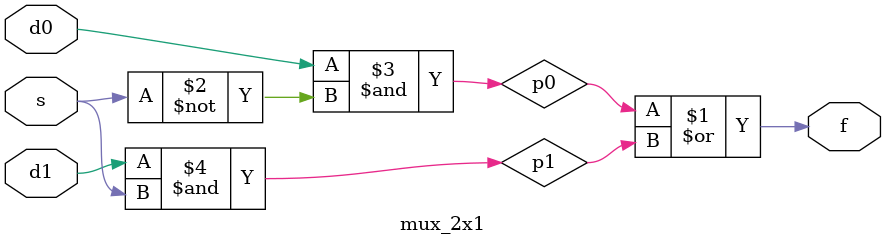
<source format=sv>
`timescale 1ns / 1ps


module mux_2x1( 
            input logic d0,d1,s ,
            output logic f
    );  
    
    logic p0,p1; 
    
    assign f= p0|p1;
    assign p0 = d0 & ~s;
    assign p1 = d1 & s;
      
    
endmodule
</source>
